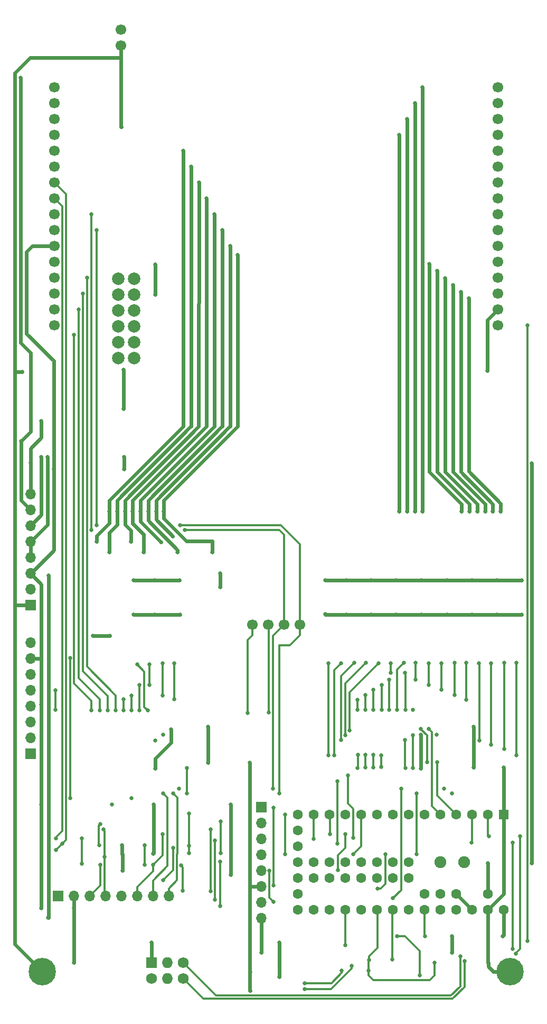
<source format=gbr>
G04 #@! TF.GenerationSoftware,KiCad,Pcbnew,(5.1.2-1)-1*
G04 #@! TF.CreationDate,2020-05-18T22:01:47-05:00*
G04 #@! TF.ProjectId,Interactive Core Memory Badge (Logic) v0.3,496e7465-7261-4637-9469-766520436f72,0.3*
G04 #@! TF.SameCoordinates,Original*
G04 #@! TF.FileFunction,Copper,L2,Bot*
G04 #@! TF.FilePolarity,Positive*
%FSLAX46Y46*%
G04 Gerber Fmt 4.6, Leading zero omitted, Abs format (unit mm)*
G04 Created by KiCad (PCBNEW (5.1.2-1)-1) date 2020-05-18 22:01:47*
%MOMM*%
%LPD*%
G04 APERTURE LIST*
%ADD10C,1.600000*%
%ADD11R,1.600000X1.600000*%
%ADD12C,1.900000*%
%ADD13C,1.727200*%
%ADD14R,1.727200X1.727200*%
%ADD15O,1.727200X1.727200*%
%ADD16C,1.700000*%
%ADD17O,1.700000X1.700000*%
%ADD18R,1.700000X1.700000*%
%ADD19C,0.700000*%
%ADD20C,4.400000*%
%ADD21C,2.000000*%
%ADD22C,0.650000*%
%ADD23C,0.635000*%
%ADD24C,0.600000*%
%ADD25C,0.300000*%
G04 APERTURE END LIST*
D10*
X3490000Y-105000000D03*
X3490000Y-107540000D03*
X3490000Y-110080000D03*
X3490000Y-112620000D03*
X3490000Y-102460000D03*
X3490000Y-99920000D03*
X3490000Y-97380000D03*
X6030000Y-112620000D03*
X8570000Y-112620000D03*
X11110000Y-112620000D03*
X13650000Y-112620000D03*
X16190000Y-112620000D03*
X18730000Y-112620000D03*
X21270000Y-112620000D03*
X23810000Y-112620000D03*
X26350000Y-112620000D03*
X28890000Y-112620000D03*
X31430000Y-112620000D03*
X33970000Y-112620000D03*
X36510000Y-112620000D03*
X33970000Y-110080000D03*
X28890000Y-110080000D03*
X26350000Y-110080000D03*
X23810000Y-110080000D03*
X6030000Y-97380000D03*
X8570000Y-97380000D03*
X11110000Y-97380000D03*
X13650000Y-97380000D03*
X16190000Y-97380000D03*
X18730000Y-97380000D03*
X21270000Y-97380000D03*
X23810000Y-97380000D03*
X26350000Y-97380000D03*
X28890000Y-97380000D03*
X31430000Y-97380000D03*
X33970000Y-97380000D03*
D11*
X36510000Y-97380000D03*
D10*
X21270000Y-105000000D03*
X18730000Y-105000000D03*
X16190000Y-105000000D03*
X13650000Y-105000000D03*
X11110000Y-105000000D03*
X8570000Y-105000000D03*
X6030000Y-105000000D03*
X6030000Y-107540000D03*
X8570000Y-107540000D03*
X11110000Y-107540000D03*
X13650000Y-107540000D03*
X16190000Y-107540000D03*
X18730000Y-107540000D03*
X21270000Y-107540000D03*
D12*
X26350000Y-105000000D03*
X30160000Y-105000000D03*
D13*
X-19965000Y-123640000D03*
D14*
X-19965000Y-121100000D03*
D15*
X-17425000Y-123640000D03*
X-17425000Y-121100000D03*
D13*
X-14885000Y-123640000D03*
X-14885000Y-121100000D03*
D16*
X-24885000Y25730000D03*
X-24885000Y28270000D03*
X-3810000Y-67000000D03*
X-1270000Y-67000000D03*
X1270000Y-67000000D03*
X3810000Y-67000000D03*
D17*
X-17205000Y-110450000D03*
X-19745000Y-110450000D03*
X-22285000Y-110450000D03*
X-24825000Y-110450000D03*
X-27365000Y-110450000D03*
X-29905000Y-110450000D03*
X-32445000Y-110450000D03*
D18*
X-34985000Y-110450000D03*
D16*
X-35560000Y-19050000D03*
X-35560000Y-16510000D03*
X-35560000Y-13970000D03*
X-35560000Y-11430000D03*
X-35560000Y-8890000D03*
X-35560000Y-6350000D03*
X-35560000Y-3810000D03*
X-35560000Y-1270000D03*
X-35560000Y1270000D03*
X-35560000Y3810000D03*
X-35560000Y6350000D03*
X-35560000Y8890000D03*
X-35560000Y11430000D03*
X-35560000Y13970000D03*
X-35560000Y16510000D03*
X-35560000Y19050000D03*
X35560000Y-19050000D03*
X35560000Y-16510000D03*
X35560000Y-13970000D03*
X35560000Y-11430000D03*
X35560000Y-8890000D03*
X35560000Y-6350000D03*
X35560000Y-3810000D03*
X35560000Y-1270000D03*
X35560000Y1270000D03*
X35560000Y3810000D03*
X35560000Y6350000D03*
X35560000Y8890000D03*
X35560000Y11430000D03*
X35560000Y13970000D03*
X35560000Y16510000D03*
X35560000Y19050000D03*
D17*
X-39385000Y-46070000D03*
X-39385000Y-48610000D03*
X-39385000Y-51150000D03*
X-39385000Y-53690000D03*
X-39385000Y-56230000D03*
X-39385000Y-58770000D03*
X-39385000Y-61310000D03*
D18*
X-39385000Y-63850000D03*
D19*
X-36333274Y-121333274D03*
X-37500000Y-120850000D03*
X-38666726Y-121333274D03*
X-39150000Y-122500000D03*
X-38666726Y-123666726D03*
X-37500000Y-124150000D03*
X-36333274Y-123666726D03*
X-35850000Y-122500000D03*
D20*
X-37500000Y-122500000D03*
D19*
X38666726Y-121333274D03*
X37500000Y-120850000D03*
X36333274Y-121333274D03*
X35850000Y-122500000D03*
X36333274Y-123666726D03*
X37500000Y-124150000D03*
X38666726Y-123666726D03*
X39150000Y-122500000D03*
D20*
X37500000Y-122500000D03*
D17*
X-39385000Y-69820000D03*
X-39385000Y-72360000D03*
X-39385000Y-74900000D03*
X-39385000Y-77440000D03*
X-39385000Y-79980000D03*
X-39385000Y-82520000D03*
X-39385000Y-85060000D03*
D18*
X-39385000Y-87600000D03*
D21*
X-25350000Y-11580000D03*
X-25350000Y-14120000D03*
X-25350000Y-16660000D03*
X-25350000Y-19200000D03*
X-25350000Y-21740000D03*
X-25350000Y-24280000D03*
X-22810000Y-11580000D03*
X-22810000Y-14120000D03*
X-22810000Y-16660000D03*
X-22810000Y-19200000D03*
X-22810000Y-21740000D03*
X-22810000Y-24280000D03*
D17*
X-2385000Y-113930000D03*
X-2385000Y-111390000D03*
X-2385000Y-108850000D03*
X-2385000Y-106310000D03*
X-2385000Y-103770000D03*
X-2385000Y-101230000D03*
X-2385000Y-98690000D03*
D18*
X-2385000Y-96150000D03*
D22*
X-24835000Y12650000D03*
X-40735000Y-26500000D03*
X-20590000Y-80710000D03*
X-22300000Y-73300000D03*
X-21890000Y-80710000D03*
X-20300000Y-73300000D03*
X-21900000Y-76600000D03*
X-20300000Y-76600000D03*
X-18000000Y-48900000D03*
X-10200000Y-55350000D03*
X-6150000Y-7775000D03*
X-21750000Y-48900000D03*
X-18435000Y-53735000D03*
X-9895000Y-1270000D03*
X-19250000Y-48900000D03*
X-16550000Y-52850000D03*
X-7400000Y-6350000D03*
X-20500000Y-48900000D03*
X-15800000Y-55350000D03*
X-8635000Y-3810000D03*
X-26750000Y-48900000D03*
X-28785000Y-53715000D03*
X-14900000Y8900000D03*
X-25500000Y-48900000D03*
X-26750000Y-55350000D03*
X-13650000Y6350000D03*
X-24250000Y-48900000D03*
X-23285000Y-53685000D03*
X-12390000Y3810000D03*
X-23000000Y-48900000D03*
X-21285000Y-55350000D03*
X-11150000Y1275000D03*
X-33037500Y-72287500D03*
X-33037500Y-94712500D03*
X-23212500Y-94712500D03*
X-14300000Y-89900000D03*
X25365000Y-121100000D03*
X14865000Y-122350000D03*
X14902006Y-120637006D03*
X10540000Y-122350000D03*
X4615000Y-124350000D03*
X16250000Y-109250000D03*
X16250000Y-109250000D03*
X17500000Y-103750000D03*
X22500000Y-103750000D03*
X500000Y-94000000D03*
X-14300000Y-94000000D03*
X22500000Y-94000000D03*
X28200000Y-94000000D03*
X-28800000Y-51100000D03*
X-28800000Y-3800000D03*
X-15413483Y-51086517D03*
X18612999Y-120597999D03*
X12092010Y-121577010D03*
X4615000Y-125350000D03*
X18730000Y-110770000D03*
X-15550000Y-93250000D03*
X-500000Y-93250000D03*
X20050000Y-93250000D03*
X26950000Y-93250000D03*
X-29600000Y-51800000D03*
X-29600000Y-1300000D03*
X-14680000Y-51800000D03*
X-15435000Y-65400000D03*
X-19435000Y-65400000D03*
X19265000Y-65350000D03*
X15265000Y-65350000D03*
X23265000Y-65350000D03*
X11265000Y-65350000D03*
X27415000Y-65350000D03*
X35415000Y-65350000D03*
X31415000Y-65350000D03*
X39415000Y-65350000D03*
X-22850000Y-65400000D03*
X7850000Y-65300000D03*
X-23200000Y-78300000D03*
X-23190000Y-80710000D03*
X-18200000Y-73200000D03*
X-18200000Y-78300000D03*
X-24490000Y-80710000D03*
X-16300000Y-73200000D03*
X-24500000Y-78950000D03*
X-16300000Y-78950000D03*
X23500000Y-48900000D03*
X23500000Y19050000D03*
X22250000Y-48900000D03*
X22260000Y16510000D03*
X21015000Y-48900000D03*
X21020000Y13970000D03*
X19750000Y-48900000D03*
X19750000Y11450000D03*
X8400000Y-73200000D03*
X8400000Y-87900000D03*
X10400000Y-73200000D03*
X9300000Y-87900000D03*
X20710000Y-89910000D03*
X12500000Y-73100000D03*
X20700000Y-85450000D03*
X10400000Y-85450000D03*
X21910000Y-89910000D03*
X14400000Y-73100000D03*
X21900000Y-84700000D03*
X11100000Y-84700000D03*
X21910000Y-80610000D03*
X16400000Y-73200000D03*
X11800000Y-83900000D03*
X20710000Y-80610000D03*
X18400000Y-73200000D03*
X18400000Y-74650000D03*
X20700000Y-74700000D03*
X19410000Y-80610000D03*
X20500000Y-73100000D03*
X18110000Y-80610000D03*
X22400000Y-73100000D03*
X18110000Y-75800000D03*
X22400000Y-75800000D03*
X36000000Y-48900000D03*
X30875000Y-14732000D03*
X34750000Y-48900000D03*
X29600000Y-13700000D03*
X33500000Y-48900000D03*
X28350000Y-12600000D03*
X32250000Y-48900000D03*
X27100000Y-11500000D03*
X31000000Y-48900000D03*
X25850000Y-10350000D03*
X29750000Y-48900000D03*
X24600000Y-9200000D03*
X-28185000Y-105450000D03*
D23*
X-35260000Y-103025000D03*
X-34285000Y-102050000D03*
D22*
X-21085000Y-105450000D03*
X-21085000Y-102250000D03*
X-31185000Y-105212500D03*
X-31147500Y-101212500D03*
X-35285000Y-101150000D03*
D23*
X-27485000Y-104150000D03*
X-27685000Y-99785000D03*
D22*
X36600000Y-73100000D03*
X15620000Y-89880000D03*
X36600000Y-86900000D03*
X15620000Y-87850000D03*
X38500000Y-73100000D03*
X16870000Y-89750000D03*
X38510000Y-87900000D03*
X16880000Y-87900000D03*
X13080000Y-89930000D03*
X32500000Y-73200000D03*
X32600000Y-85500000D03*
X13100000Y-87850000D03*
X34500000Y-73200000D03*
X14330000Y-89870000D03*
X34500000Y-86200000D03*
X14330000Y-87850000D03*
X16910000Y-80610000D03*
X24500000Y-73200000D03*
X16900000Y-76600000D03*
X24500000Y-76600000D03*
X24500000Y-76600000D03*
X15610000Y-80610000D03*
X26500000Y-73200000D03*
X15600000Y-77400000D03*
X26500000Y-77400000D03*
X14310000Y-80610000D03*
X28600000Y-73100000D03*
X14300000Y-78200000D03*
X28600000Y-78200000D03*
X13010000Y-80610000D03*
X30500000Y-73100000D03*
X13010000Y-79000000D03*
X30500000Y-79000000D03*
X-9800000Y-101500000D03*
X-9800000Y-111000000D03*
X-16500000Y-94000000D03*
X-8950000Y-61000000D03*
X-8950000Y-58800000D03*
X-8950000Y-58800000D03*
X-15485000Y-59900000D03*
X-19485000Y-59900000D03*
X19265000Y-59850000D03*
X15265000Y-59850000D03*
X23265000Y-59850000D03*
X11265000Y-59850000D03*
X-19400000Y-90000000D03*
X27415000Y-59850000D03*
X31415000Y-59850000D03*
X35415000Y-59850000D03*
X39415000Y-59850000D03*
X-35635000Y-42100000D03*
X-24385000Y-40100000D03*
X-24385000Y-42100000D03*
X-32385000Y-121100000D03*
X-37635000Y-112350000D03*
X-32385000Y-112350000D03*
X-19984994Y-117850000D03*
X515008Y-123350000D03*
X515000Y-117847990D03*
X-37635000Y-95800000D03*
X-26335000Y-95800000D03*
X-19697500Y-103662500D03*
X-19600000Y-95800000D03*
X-7310000Y-95800000D03*
X-7310000Y-106990000D03*
X23200000Y-90000000D03*
X-37635000Y-79800000D03*
X-16842705Y-83757295D03*
X23200000Y-84600000D03*
X25760000Y-84600000D03*
X-22850000Y-59900000D03*
X-37250000Y-56700000D03*
X7900000Y-59900000D03*
X7900000Y-59900000D03*
X-28385000Y-102250000D03*
X-28147500Y-98887500D03*
X33963343Y-105150000D03*
X-37635000Y-34350000D03*
X-39385000Y-41100000D03*
X41015000Y-105150000D03*
X41015000Y-41150000D03*
X-25690000Y-80710000D03*
X-30300000Y-11400000D03*
X-28290000Y-80710000D03*
X-31700000Y-16500000D03*
X-26990000Y-80710000D03*
X-31000000Y-14000000D03*
X-29590000Y-80710000D03*
X-32400000Y-20600000D03*
X-10520000Y-99780000D03*
X-10520000Y-109620000D03*
X23865000Y-116849992D03*
X-40935000Y20550000D03*
X-40885000Y-37600000D03*
X11115000Y-118250000D03*
X40315002Y-117650000D03*
X40315000Y-19050000D03*
X31365000Y-101850000D03*
X29515000Y-120050000D03*
X37915000Y-118852010D03*
X37915000Y-101850000D03*
X39115000Y-100850000D03*
X34115026Y-100850000D03*
X38415000Y-119650000D03*
X30215004Y-120850000D03*
X-9000000Y-112000000D03*
X-9000000Y-104900000D03*
X-18100000Y-94000000D03*
X-16500000Y-102700000D03*
X-18100000Y-107900000D03*
X12400000Y-103700000D03*
X-18200000Y-100500000D03*
X-19700000Y-105400000D03*
X-15000000Y-109600000D03*
X-15262500Y-105537500D03*
X9900000Y-106300000D03*
X11110000Y-100490000D03*
X-18090000Y-84600000D03*
X11500000Y-91100000D03*
X11500000Y-91100000D03*
X12400000Y-101100000D03*
X-19390000Y-85500000D03*
X9800000Y-92000000D03*
X9800000Y-102000000D03*
X24510000Y-83700000D03*
X23210000Y-83700000D03*
X25800000Y-89000000D03*
X24200000Y-89000000D03*
X-37635000Y-40100000D03*
X-10900000Y-83300000D03*
X19365000Y-116850000D03*
X23027500Y-123100006D03*
X-4135000Y-122600000D03*
X-4135000Y-125600000D03*
X34015032Y-121099999D03*
X-24672500Y-106337500D03*
X-24685000Y-102250000D03*
X31700000Y-89800000D03*
X31700000Y-83300000D03*
X36500000Y-89800000D03*
X-10900000Y-89100000D03*
X-4200000Y-89100000D03*
X-26700000Y-68750000D03*
X-29400000Y-68750000D03*
X33900000Y-26300000D03*
X-19420000Y-14120000D03*
X-19400000Y-9350000D03*
X-35350000Y-80650000D03*
X-35350000Y-80650000D03*
X-35350000Y-77450000D03*
X-35350000Y-77450000D03*
X-385000Y-96250000D03*
X-382990Y-108750000D03*
X8615000Y-100550000D03*
X6030000Y-101230000D03*
X1415000Y-103750000D03*
X1415000Y-97350000D03*
X-385000Y-111350000D03*
X-1085000Y-106350012D03*
X-1200000Y-81000000D03*
X-4600000Y-81100000D03*
X-13960000Y-97240000D03*
X-13960000Y-103540000D03*
X-13960000Y-102360000D03*
X-8890000Y-103590000D03*
X-8890000Y-98510000D03*
X-24447500Y-32412500D03*
X-36634996Y-40100006D03*
X-36515000Y-59100000D03*
X36365017Y-116850005D03*
X-2385000Y-119450000D03*
X28215000Y-119450000D03*
X28215000Y-116850000D03*
X-36537940Y-113873596D03*
X-24470000Y-26200000D03*
D24*
X-24885000Y23750000D02*
X-24885000Y25730000D01*
X-41885000Y21350000D02*
X-39485000Y23750000D01*
X-26865000Y23750000D02*
X-24885000Y23750000D01*
X-39485000Y23750000D02*
X-26865000Y23750000D01*
X-37500000Y-122500000D02*
X-41885000Y-118115000D01*
X-24885000Y12650000D02*
X-24885000Y23750000D01*
X-24835000Y12650000D02*
X-24885000Y12650000D01*
X-41735000Y-26500000D02*
X-41885000Y-26350000D01*
X-40735000Y-26500000D02*
X-41735000Y-26500000D01*
X-41885000Y-26350000D02*
X-41885000Y21350000D01*
X-41885000Y-63350000D02*
X-41885000Y-26350000D01*
X-41885000Y-118115000D02*
X-41885000Y-63350000D01*
X-41385000Y-63850000D02*
X-41885000Y-63850000D01*
X-39385000Y-63850000D02*
X-41385000Y-63850000D01*
D25*
X-22300000Y-73350000D02*
X-22300000Y-73300000D01*
X-21150000Y-74500000D02*
X-22300000Y-73350000D01*
X-21150000Y-80150000D02*
X-21150000Y-74500000D01*
X-20600000Y-80700000D02*
X-21150000Y-80150000D01*
X-21890000Y-80710000D02*
X-21890000Y-76610000D01*
X-21890000Y-76610000D02*
X-21900000Y-76600000D01*
X-20300000Y-76600000D02*
X-20300000Y-73300000D01*
D24*
X-18000000Y-47050000D02*
X-6350000Y-35400000D01*
X-18000000Y-48900000D02*
X-18000000Y-47050000D01*
X-14400000Y-53600000D02*
X-18000000Y-50000000D01*
X-18000000Y-50000000D02*
X-18000000Y-48900000D01*
X-10200000Y-53600000D02*
X-14400000Y-53600000D01*
X-10200000Y-55350000D02*
X-10200000Y-53600000D01*
X-6150000Y-35200000D02*
X-6150000Y-7775000D01*
X-21750000Y-47050000D02*
X-10100000Y-35400000D01*
X-21750000Y-48900000D02*
X-21750000Y-47050000D01*
X-21750000Y-50450000D02*
X-21750000Y-48900000D01*
X-18465000Y-53735000D02*
X-21750000Y-50450000D01*
X-9900000Y-35200000D02*
X-9895000Y-1270000D01*
X-19250000Y-47050000D02*
X-7600000Y-35400000D01*
X-19250000Y-48900000D02*
X-19250000Y-47050000D01*
X-19250000Y-50150000D02*
X-19250000Y-48900000D01*
X-16550000Y-52850000D02*
X-19250000Y-50150000D01*
X-7400000Y-35200000D02*
X-7400000Y-6350000D01*
X-20500000Y-47050000D02*
X-8850000Y-35400000D01*
X-20500000Y-48900000D02*
X-20500000Y-47050000D01*
X-20500000Y-50300000D02*
X-20500000Y-48900000D01*
X-15800000Y-55000000D02*
X-20500000Y-50300000D01*
X-15800000Y-55350000D02*
X-15800000Y-55000000D01*
X-8650000Y-35200000D02*
X-8635000Y-3810000D01*
X-26750000Y-50750000D02*
X-26750000Y-48900000D01*
X-28785000Y-52785000D02*
X-26750000Y-50750000D01*
X-28785000Y-53715000D02*
X-28785000Y-52785000D01*
X-26750000Y-48900000D02*
X-26750000Y-47050000D01*
X-26750000Y-47050000D02*
X-15100000Y-35400000D01*
X-15100000Y-35400000D02*
X-14900000Y-35200000D01*
X-14900000Y-35200000D02*
X-14900000Y8900000D01*
X-25500000Y-47050000D02*
X-13850000Y-35400000D01*
X-25500000Y-48900000D02*
X-25500000Y-47050000D01*
X-25500000Y-51000000D02*
X-25500000Y-48900000D01*
X-26750000Y-52250000D02*
X-25500000Y-51000000D01*
X-26750000Y-55350000D02*
X-26750000Y-52250000D01*
X-13650000Y-35200000D02*
X-13650000Y6350000D01*
X-24250000Y-47050000D02*
X-12600000Y-35400000D01*
X-24250000Y-48900000D02*
X-24250000Y-47050000D01*
X-24250000Y-50950000D02*
X-24250000Y-48900000D01*
X-23285000Y-51915000D02*
X-24250000Y-50950000D01*
X-23285000Y-53685000D02*
X-23285000Y-51915000D01*
X-12400000Y-35200000D02*
X-12390000Y3810000D01*
X-23000000Y-47050000D02*
X-11350000Y-35400000D01*
X-11150000Y-35200000D02*
X-11150000Y1275000D01*
X-23000000Y-48900000D02*
X-23000000Y-47050000D01*
X-23000000Y-50800000D02*
X-23000000Y-48900000D01*
X-21285000Y-52515000D02*
X-23000000Y-50800000D01*
X-21285000Y-55350000D02*
X-21285000Y-52515000D01*
D25*
X-33037500Y-72287500D02*
X-33037500Y-94712500D01*
X-33037500Y-94712500D02*
X-33037500Y-94712500D01*
X14865000Y-120662500D02*
X14865000Y-122350000D01*
X14902006Y-120637006D02*
X14865000Y-120662500D01*
X14902006Y-120062994D02*
X14902006Y-120637006D01*
X16271250Y-118693750D02*
X14902006Y-120062994D01*
X16271250Y-112701250D02*
X16271250Y-118693750D01*
X16190000Y-112620000D02*
X16271250Y-112701250D01*
X25365000Y-123100000D02*
X25365000Y-121100000D01*
X24615000Y-123850000D02*
X25365000Y-123100000D01*
X15615000Y-123850000D02*
X24615000Y-123850000D01*
X14865000Y-123100000D02*
X15615000Y-123850000D01*
X14865000Y-122350000D02*
X14865000Y-123100000D01*
X4615000Y-124350000D02*
X4615000Y-124350000D01*
X4865000Y-124350000D02*
X4615000Y-124350000D01*
X8865000Y-124350000D02*
X4865000Y-124350000D01*
X10540000Y-122675000D02*
X8865000Y-124350000D01*
X10540000Y-122350000D02*
X10540000Y-122675000D01*
X16250000Y-109250000D02*
X16750000Y-109250000D01*
X16750000Y-109250000D02*
X17500000Y-108500000D01*
X17500000Y-108500000D02*
X17500000Y-103750000D01*
X22500000Y-103750000D02*
X22500000Y-103750000D01*
X17500000Y-103750000D02*
X17500000Y-103750000D01*
X3810000Y-68690000D02*
X3810000Y-67000000D01*
X2250000Y-70250000D02*
X3810000Y-68690000D01*
X500000Y-70250000D02*
X2250000Y-70250000D01*
X500000Y-94000000D02*
X500000Y-70250000D01*
X-14300000Y-94000000D02*
X-14300000Y-89900000D01*
X22500000Y-94000000D02*
X22500000Y-103750000D01*
X-28800000Y-51100000D02*
X-28800000Y-3800000D01*
X-28800000Y-3800000D02*
X-28800000Y-3800000D01*
X3800000Y-66990000D02*
X3810000Y-67000000D01*
X3800000Y-54100000D02*
X3800000Y-66990000D01*
X800000Y-51100000D02*
X3800000Y-54100000D01*
X-15400000Y-51100000D02*
X800000Y-51100000D01*
X-15413483Y-51086517D02*
X-15400000Y-51100000D01*
X18612999Y-112737001D02*
X18612999Y-120597999D01*
X18730000Y-112620000D02*
X18612999Y-112737001D01*
X5074619Y-125350000D02*
X4615000Y-125350000D01*
X12092010Y-121577010D02*
X12092010Y-122036629D01*
X8778639Y-125350000D02*
X5074619Y-125350000D01*
X12092010Y-122036629D02*
X8778639Y-125350000D01*
X-500000Y-68770000D02*
X1270000Y-67000000D01*
X-500000Y-93250000D02*
X-500000Y-68770000D01*
X20046297Y-109453703D02*
X18730000Y-110770000D01*
X20046297Y-93253703D02*
X20046297Y-109453703D01*
X20050000Y-93250000D02*
X20046297Y-93253703D01*
X-29600000Y-51800000D02*
X-29600000Y-1300000D01*
X-29600000Y-1300000D02*
X-29600000Y-1300000D01*
X1270000Y-52570000D02*
X1270000Y-67000000D01*
X500000Y-51800000D02*
X1270000Y-52570000D01*
X-14680000Y-51800000D02*
X500000Y-51800000D01*
D24*
X11265000Y-65350000D02*
X23265000Y-65350000D01*
X27415000Y-65350000D02*
X39415000Y-65350000D01*
X23265000Y-65350000D02*
X27415000Y-65350000D01*
X-22850000Y-65400000D02*
X-22850000Y-65400000D01*
X-22850000Y-65400000D02*
X-15435000Y-65400000D01*
X7900000Y-65350000D02*
X11265000Y-65350000D01*
X7850000Y-65300000D02*
X7900000Y-65350000D01*
D25*
X-23190000Y-80710000D02*
X-23200000Y-78300000D01*
X-18200000Y-78300000D02*
X-18200000Y-73200000D01*
X-24490000Y-78960000D02*
X-24490000Y-80710000D01*
X-24500000Y-78950000D02*
X-24490000Y-78960000D01*
X-16300000Y-73200000D02*
X-16300000Y-78950000D01*
D24*
X23500000Y-48850000D02*
X23500000Y19050000D01*
X22250000Y-48900000D02*
X22260000Y16510000D01*
X21014368Y-48899368D02*
X21020000Y13970000D01*
X21015000Y-48900000D02*
X21014368Y-48899368D01*
X19750000Y-48900000D02*
X19750000Y11450000D01*
D25*
X8400000Y-87900000D02*
X8400000Y-73200000D01*
X9300000Y-74300000D02*
X10400000Y-73200000D01*
X9300000Y-87900000D02*
X9300000Y-74300000D01*
X20700000Y-85450000D02*
X20700000Y-89900000D01*
X20700000Y-89900000D02*
X20710000Y-89910000D01*
X10400000Y-75200000D02*
X12500000Y-73100000D01*
X10400000Y-85450000D02*
X10400000Y-75200000D01*
X21910000Y-84690000D02*
X21910000Y-84690000D01*
X21910000Y-84710000D02*
X21900000Y-84700000D01*
X21910000Y-89910000D02*
X21910000Y-84710000D01*
X11100000Y-76400000D02*
X14400000Y-73100000D01*
X11100000Y-84700000D02*
X11100000Y-76400000D01*
X11800000Y-77800000D02*
X16400000Y-73200000D01*
X11800000Y-83900000D02*
X11800000Y-77800000D01*
X18400000Y-73200000D02*
X18400000Y-74650000D01*
X20700000Y-74700000D02*
X20710000Y-74710000D01*
X20710000Y-74710000D02*
X20710000Y-80610000D01*
X19410000Y-74190000D02*
X19410000Y-80610000D01*
X20500000Y-73100000D02*
X19410000Y-74190000D01*
X18110000Y-80610000D02*
X18110000Y-75800000D01*
X22400000Y-73100000D02*
X22400000Y-75800000D01*
D24*
X30875000Y-42425000D02*
X30875000Y-14732000D01*
X36000000Y-47550000D02*
X30875000Y-42425000D01*
X36000000Y-48900000D02*
X36000000Y-47550000D01*
X29600000Y-42500000D02*
X29600000Y-13700000D01*
X34750000Y-47650000D02*
X29600000Y-42500000D01*
X34750000Y-48900000D02*
X34750000Y-47650000D01*
X33500000Y-47650000D02*
X28350000Y-42500000D01*
X28350000Y-42500000D02*
X28350000Y-12600000D01*
X33500000Y-48900000D02*
X33500000Y-47650000D01*
X32250000Y-47650000D02*
X27100000Y-42500000D01*
X27100000Y-42500000D02*
X27100000Y-11500000D01*
X32250000Y-48900000D02*
X32250000Y-47650000D01*
X25850000Y-42500000D02*
X25850000Y-10350000D01*
X31000000Y-47650000D02*
X25850000Y-42500000D01*
X31000000Y-48900000D02*
X31000000Y-47650000D01*
X24600000Y-42500000D02*
X24600000Y-9200000D01*
X29750000Y-47650000D02*
X24600000Y-42500000D01*
X29750000Y-48900000D02*
X29750000Y-47650000D01*
D25*
X-28185000Y-108730000D02*
X-29905000Y-110450000D01*
X-28185000Y-105450000D02*
X-28185000Y-108730000D01*
X-33705989Y1955989D02*
X-35560000Y3810000D01*
X-35260000Y-103025000D02*
X-33705989Y-101470989D01*
X-33705989Y-101470989D02*
X-33705989Y1955989D01*
X-21085000Y-105450000D02*
X-21085000Y-102250000D01*
X-31185000Y-101250000D02*
X-31185000Y-105212500D01*
X-31147500Y-101212500D02*
X-31185000Y-101250000D01*
X-34282999Y-7001D02*
X-35560000Y1270000D01*
X-34282999Y-99997999D02*
X-34282999Y-7001D01*
X-35285000Y-101000000D02*
X-34282999Y-99997999D01*
X-35285000Y-101150000D02*
X-35285000Y-101000000D01*
X-27485000Y-104150000D02*
X-27485000Y-104163167D01*
X-27485000Y-99985000D02*
X-27685000Y-99785000D01*
X-27485000Y-104150000D02*
X-27485000Y-99985000D01*
X-27500000Y-110315000D02*
X-27365000Y-110450000D01*
X-27500000Y-104165000D02*
X-27500000Y-110315000D01*
X-27485000Y-104150000D02*
X-27500000Y-104165000D01*
X36600000Y-86900000D02*
X36600000Y-73100000D01*
X15620000Y-89880000D02*
X15620000Y-87850000D01*
X38510000Y-87900000D02*
X38500000Y-87890000D01*
X38500000Y-87890000D02*
X38500000Y-73100000D01*
X16870000Y-87910000D02*
X16870000Y-89750000D01*
X16880000Y-87900000D02*
X16870000Y-87910000D01*
X13080000Y-89930000D02*
X13080000Y-89880000D01*
X32600000Y-73300000D02*
X32600000Y-85500000D01*
X32500000Y-73200000D02*
X32600000Y-73300000D01*
X13091384Y-87858616D02*
X13091384Y-89918616D01*
X13091384Y-89918616D02*
X13080000Y-89930000D01*
X13100000Y-87850000D02*
X13091384Y-87858616D01*
X34500000Y-73200000D02*
X34500000Y-86200000D01*
X14330000Y-89870000D02*
X14330000Y-87850000D01*
X16900000Y-76600000D02*
X16910000Y-76610000D01*
X16900000Y-80600000D02*
X16900000Y-76600000D01*
X16910000Y-80610000D02*
X16900000Y-80600000D01*
X24500000Y-76600000D02*
X24500000Y-73200000D01*
X15610000Y-77410000D02*
X15600000Y-77400000D01*
X15610000Y-80610000D02*
X15610000Y-77410000D01*
X26500000Y-73200000D02*
X26500000Y-77400000D01*
X14310000Y-80610000D02*
X14300000Y-78200000D01*
X14300000Y-78200000D02*
X14310000Y-78210000D01*
X28600000Y-73100000D02*
X28600000Y-78200000D01*
X28600000Y-78200000D02*
X28600000Y-78200000D01*
X13010000Y-80610000D02*
X13010000Y-79000000D01*
X30500000Y-73100000D02*
X30500000Y-79000000D01*
X-9800000Y-101500000D02*
X-9800000Y-111000000D01*
X-17205000Y-109205000D02*
X-17205000Y-110450000D01*
X-15900000Y-107900000D02*
X-17205000Y-109205000D01*
X-15900000Y-103700000D02*
X-15900000Y-107900000D01*
X-15800000Y-103600000D02*
X-15900000Y-103700000D01*
X-15800000Y-94700000D02*
X-15800000Y-103600000D01*
X-16500000Y-94000000D02*
X-15800000Y-94700000D01*
D24*
X-8950000Y-61000000D02*
X-8950000Y-58800000D01*
X-8950000Y-58800000D02*
X-8950000Y-58800000D01*
X-8950000Y-58800000D02*
X-8950000Y-58800000D01*
X11265000Y-59850000D02*
X23265000Y-59850000D01*
X27415000Y-59850000D02*
X31415000Y-59850000D01*
X31415000Y-59850000D02*
X39415000Y-59850000D01*
X-24385000Y-40100000D02*
X-24385000Y-42100000D01*
X-32385000Y-121100000D02*
X-32385000Y-110510000D01*
X-37635000Y-112350000D02*
X-37635000Y-112350000D01*
X-19965000Y-121100000D02*
X-19965000Y-117869994D01*
X-19965000Y-117869994D02*
X-19984994Y-117850000D01*
X-19600000Y-103565000D02*
X-19697500Y-103662500D01*
X-19600000Y-95800000D02*
X-19600000Y-103565000D01*
X-7310000Y-95800000D02*
X-7310000Y-106990000D01*
X514998Y-123349990D02*
X515008Y-123350000D01*
X515000Y-117847990D02*
X514998Y-123349990D01*
X-37635000Y-95800000D02*
X-37635000Y-112350000D01*
X-37635000Y-72300000D02*
X-37635000Y-95800000D01*
X-37635000Y-60520000D02*
X-37635000Y-72400000D01*
X-39385000Y-58770000D02*
X-37635000Y-60520000D01*
X-39385000Y-72360000D02*
X-37635000Y-72360000D01*
X-19400000Y-88400000D02*
X-19400000Y-90000000D01*
X-16840000Y-85840000D02*
X-19400000Y-88400000D01*
X-16842705Y-83757295D02*
X-16840000Y-85840000D01*
X23200000Y-84600000D02*
X23200000Y-90000000D01*
X23265000Y-59850000D02*
X27415000Y-59850000D01*
X-22800000Y-59900000D02*
X-22850000Y-59900000D01*
X-35635000Y-55020000D02*
X-35635000Y-42100000D01*
X-37250000Y-56700000D02*
X-39385000Y-58770000D01*
X-37250000Y-56700000D02*
X-35635000Y-55020000D01*
X-22850000Y-59900000D02*
X-15485000Y-59900000D01*
X11215000Y-59900000D02*
X11265000Y-59850000D01*
X7900000Y-59900000D02*
X11215000Y-59900000D01*
X-35610000Y-6400000D02*
X-35560000Y-6350000D01*
X-39100000Y-6400000D02*
X-35610000Y-6400000D01*
X-40000000Y-20400000D02*
X-40000000Y-7300000D01*
X-40000000Y-7300000D02*
X-39100000Y-6400000D01*
X-35635000Y-24765000D02*
X-40000000Y-20400000D01*
X-35635000Y-42100000D02*
X-35635000Y-24765000D01*
D25*
X-28412500Y-102222500D02*
X-28385000Y-102250000D01*
X-28412500Y-99152500D02*
X-28412500Y-102222500D01*
X-28147500Y-98887500D02*
X-28412500Y-99152500D01*
D24*
X33963343Y-105150000D02*
X33963343Y-105150000D01*
X33963343Y-105150000D02*
X33963343Y-110073343D01*
X-39385000Y-38776019D02*
X-37635000Y-37026019D01*
X-37635000Y-37026019D02*
X-37635000Y-34350000D01*
X-39385000Y-46070000D02*
X-39385000Y-41100000D01*
X-39385000Y-41100000D02*
X-39385000Y-38776019D01*
X41015000Y-104690381D02*
X41015000Y-105150000D01*
X41015000Y-41150000D02*
X41015000Y-41150000D01*
X41015000Y-41150000D02*
X41015000Y-104690381D01*
D25*
X-30300000Y-73700000D02*
X-25690000Y-78310000D01*
X-30300000Y-11400000D02*
X-30300000Y-73700000D01*
X-25690000Y-78310000D02*
X-25690000Y-80710000D01*
X-28290000Y-78910000D02*
X-28290000Y-80710000D01*
X-31700000Y-16500000D02*
X-31700000Y-75500000D01*
X-31700000Y-75500000D02*
X-28290000Y-78910000D01*
X-26990000Y-78410000D02*
X-26990000Y-80710000D01*
X-31000000Y-74400000D02*
X-26990000Y-78410000D01*
X-31000000Y-14000000D02*
X-31000000Y-74400000D01*
X-29590000Y-79210000D02*
X-32400000Y-76400000D01*
X-29590000Y-80710000D02*
X-29590000Y-79210000D01*
X-32400000Y-76400000D02*
X-32400000Y-20600000D01*
X-32400000Y-20600000D02*
X-32400000Y-20600000D01*
X-10520000Y-99780000D02*
X-10520000Y-109620000D01*
X23810000Y-112620000D02*
X23810000Y-116794992D01*
X23810000Y-116794992D02*
X23865000Y-116849992D01*
D24*
X-40234999Y-47760001D02*
X-39385000Y-48610000D01*
X-40885000Y-47110000D02*
X-40234999Y-47760001D01*
X-40885000Y-37600000D02*
X-40885000Y-47110000D01*
X-40985000Y20500000D02*
X-40935000Y20550000D01*
X-40985000Y-21850000D02*
X-40985000Y20500000D01*
X-39385000Y-23450000D02*
X-40985000Y-21850000D01*
X-39385000Y-36100000D02*
X-39385000Y-23450000D01*
X-40885000Y-37600000D02*
X-39385000Y-36100000D01*
D25*
X11110000Y-112620000D02*
X11110000Y-118245000D01*
X11110000Y-118245000D02*
X11115000Y-118250000D01*
X40315002Y-117190381D02*
X40315002Y-117650000D01*
X40315000Y-19050000D02*
X40315000Y-19050000D01*
X40315000Y-19050000D02*
X40315002Y-117190381D01*
X31430000Y-101785000D02*
X31365000Y-101850000D01*
X31430000Y-97380000D02*
X31430000Y-101785000D01*
X29515000Y-124850000D02*
X29515000Y-120050000D01*
X28015000Y-126350000D02*
X29515000Y-124850000D01*
X-9635000Y-126350000D02*
X28015000Y-126350000D01*
X-14885000Y-121100000D02*
X-9635000Y-126350000D01*
X37915000Y-118852010D02*
X37915000Y-101850000D01*
X33970000Y-97380000D02*
X33970000Y-100704974D01*
X33970000Y-100704974D02*
X34115026Y-100850000D01*
X39115000Y-118850000D02*
X38415000Y-119550000D01*
X39115000Y-100850000D02*
X39115000Y-118850000D01*
X38415000Y-119550000D02*
X38415000Y-119650000D01*
X28315000Y-126850000D02*
X30215000Y-124950000D01*
X30215000Y-120850004D02*
X30215004Y-120850000D01*
X-11675000Y-126850000D02*
X28315000Y-126850000D01*
X30215000Y-124950000D02*
X30215000Y-120850004D01*
X-14885000Y-123640000D02*
X-11675000Y-126850000D01*
X-9000000Y-112000000D02*
X-9000000Y-104900000D01*
X-19745000Y-110450000D02*
X-19745000Y-107945000D01*
X-19745000Y-107945000D02*
X-17400000Y-105600000D01*
X-17400000Y-105600000D02*
X-17400000Y-94700000D01*
X-17400000Y-94700000D02*
X-18100000Y-94000000D01*
X-16500000Y-102700000D02*
X-16500000Y-106300000D01*
X-16500000Y-106300000D02*
X-18100000Y-107900000D01*
X13650000Y-102450000D02*
X12400000Y-103700000D01*
X13650000Y-97380000D02*
X13650000Y-102450000D01*
X-18200000Y-100500000D02*
X-18200000Y-103900000D01*
X-18200000Y-103900000D02*
X-19700000Y-105400000D01*
X-22285000Y-108985000D02*
X-22285000Y-110450000D01*
X-19700000Y-106400000D02*
X-22285000Y-108985000D01*
X-19700000Y-105400000D02*
X-19700000Y-106400000D01*
X-15000000Y-105800000D02*
X-15000000Y-109600000D01*
X-15262500Y-105537500D02*
X-15000000Y-105800000D01*
X9900000Y-103900000D02*
X11110000Y-102690000D01*
X11110000Y-102690000D02*
X11110000Y-100490000D01*
X9900000Y-106300000D02*
X9900000Y-103900000D01*
X11500000Y-91100000D02*
X11500000Y-95600000D01*
X11500000Y-95600000D02*
X12300000Y-96400000D01*
X12300000Y-96400000D02*
X12400000Y-96500000D01*
X12400000Y-96500000D02*
X12400000Y-101100000D01*
X9800000Y-92000000D02*
X9800000Y-102000000D01*
X25000000Y-84190000D02*
X25000000Y-96030000D01*
X25000000Y-96030000D02*
X26350000Y-97380000D01*
X24510000Y-83700000D02*
X25000000Y-84190000D01*
X23210000Y-83710000D02*
X23210000Y-83700000D01*
X24200000Y-84700000D02*
X23210000Y-83710000D01*
X24200000Y-89000000D02*
X24200000Y-84700000D01*
X28880000Y-97380000D02*
X28890000Y-97380000D01*
X25800000Y-94300000D02*
X28880000Y-97380000D01*
X25800000Y-89000000D02*
X25800000Y-94300000D01*
D24*
X28890000Y-110080000D02*
X31430000Y-112620000D01*
X-37635000Y-40559619D02*
X-37635000Y-40100000D01*
X-37635000Y-49400000D02*
X-37635000Y-40559619D01*
X-39385000Y-51150000D02*
X-37635000Y-49400000D01*
X36510000Y-110080000D02*
X36510000Y-97380000D01*
X33970000Y-112620000D02*
X36510000Y-110080000D01*
X33970000Y-112620000D02*
X33970000Y-121054999D01*
D25*
X34015000Y-121099999D02*
X34015032Y-121099999D01*
X33970000Y-121054999D02*
X34015000Y-121099999D01*
X23027500Y-122640387D02*
X23027500Y-123100006D01*
X20677500Y-116850000D02*
X23027500Y-119200000D01*
X23027500Y-119200000D02*
X23027500Y-122640387D01*
X19365000Y-116850000D02*
X20677500Y-116850000D01*
D24*
X-24672500Y-103762500D02*
X-24672500Y-106337500D01*
X-24678443Y-103756557D02*
X-24672500Y-103762500D01*
X-24678443Y-102256557D02*
X-24678443Y-103756557D01*
X-24685000Y-102250000D02*
X-24678443Y-102256557D01*
X-4000000Y-108850000D02*
X-2385000Y-108850000D01*
X31700000Y-83300000D02*
X31700000Y-89800000D01*
X36510000Y-97380000D02*
X36510000Y-89810000D01*
X-10900000Y-83300000D02*
X-10900000Y-89100000D01*
X-4200000Y-125535000D02*
X-4200000Y-89100000D01*
X-4135000Y-125600000D02*
X-4200000Y-125535000D01*
D25*
X-26700000Y-68750000D02*
X-26650000Y-68750000D01*
D24*
X-29400000Y-68750000D02*
X-26700000Y-68750000D01*
X34015032Y-121715032D02*
X34015032Y-121099999D01*
X34800000Y-122500000D02*
X34015032Y-121715032D01*
X37500000Y-122500000D02*
X34800000Y-122500000D01*
X33900000Y-18170000D02*
X35560000Y-16510000D01*
X33900000Y-26300000D02*
X33900000Y-18170000D01*
X-19400000Y-14100000D02*
X-19420000Y-14120000D01*
X-19400000Y-9350000D02*
X-19400000Y-14100000D01*
D25*
X-35350000Y-80650000D02*
X-35350000Y-77450000D01*
X-35350000Y-77450000D02*
X-35350000Y-77450000D01*
X-35350000Y-77450000D02*
X-35350000Y-77450000D01*
X-382990Y-108290381D02*
X-382990Y-108750000D01*
X-382990Y-106161048D02*
X-382990Y-108290381D01*
X-385000Y-96250000D02*
X-385000Y-106159038D01*
X-385000Y-106159038D02*
X-382990Y-106161048D01*
X8615000Y-100550000D02*
X8615000Y-97425000D01*
X6030000Y-101230000D02*
X6030000Y-97380000D01*
X1415000Y-103750000D02*
X1415000Y-97350000D01*
X-1085000Y-106809631D02*
X-1085000Y-106350012D01*
X-385000Y-111350000D02*
X-1085000Y-110650000D01*
X-1085000Y-110650000D02*
X-1085000Y-106809631D01*
X-1200000Y-67070000D02*
X-1270000Y-67000000D01*
X-1200000Y-81000000D02*
X-1200000Y-67070000D01*
X-3810000Y-68650000D02*
X-3810000Y-67000000D01*
X-4600000Y-69440000D02*
X-3810000Y-68650000D01*
X-4600000Y-81100000D02*
X-4600000Y-69440000D01*
X-13960000Y-97240000D02*
X-13960000Y-102360000D01*
X-13960000Y-102360000D02*
X-13960000Y-103540000D01*
X-8890000Y-103590000D02*
X-8890000Y-98510000D01*
D24*
X-39385000Y-56230000D02*
X-39385000Y-53690000D01*
X-39385000Y-53690000D02*
X-36634996Y-50939996D01*
X-36634996Y-40559625D02*
X-36634996Y-40100006D01*
X-36634996Y-50939996D02*
X-36634996Y-40559625D01*
X36510000Y-112620000D02*
X36510000Y-116705022D01*
X36510000Y-116705022D02*
X36365017Y-116850005D01*
X28215000Y-116850000D02*
X28215000Y-119450000D01*
X-2385000Y-113930000D02*
X-2385000Y-119450000D01*
X-36515000Y-59100000D02*
X-36515000Y-113850656D01*
X-36515000Y-113850656D02*
X-36537940Y-113873596D01*
X-24450000Y-26200000D02*
X-24447500Y-32412500D01*
M02*

</source>
